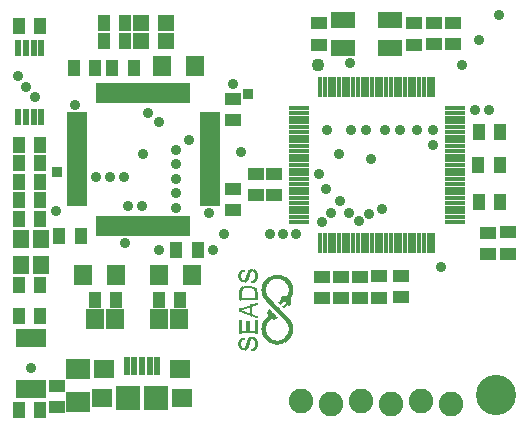
<source format=gts>
G75*
%MOIN*%
%OFA0B0*%
%FSLAX24Y24*%
%IPPOS*%
%LPD*%
%AMOC8*
5,1,8,0,0,1.08239X$1,22.5*
%
%ADD10C,0.1340*%
%ADD11R,0.0011X0.0069*%
%ADD12R,0.0011X0.0080*%
%ADD13R,0.0011X0.0218*%
%ADD14R,0.0011X0.0310*%
%ADD15R,0.0011X0.0380*%
%ADD16R,0.0012X0.0425*%
%ADD17R,0.0011X0.0471*%
%ADD18R,0.0011X0.0517*%
%ADD19R,0.0011X0.0092*%
%ADD20R,0.0011X0.0563*%
%ADD21R,0.0011X0.0161*%
%ADD22R,0.0011X0.0586*%
%ADD23R,0.0011X0.0782*%
%ADD24R,0.0012X0.0816*%
%ADD25R,0.0011X0.0655*%
%ADD26R,0.0011X0.0851*%
%ADD27R,0.0011X0.0678*%
%ADD28R,0.0011X0.0862*%
%ADD29R,0.0011X0.0288*%
%ADD30R,0.0011X0.0448*%
%ADD31R,0.0011X0.0241*%
%ADD32R,0.0011X0.0253*%
%ADD33R,0.0011X0.0391*%
%ADD34R,0.0012X0.0230*%
%ADD35R,0.0012X0.0345*%
%ADD36R,0.0011X0.0207*%
%ADD37R,0.0011X0.0207*%
%ADD38R,0.0011X0.0299*%
%ADD39R,0.0011X0.0195*%
%ADD40R,0.0011X0.0184*%
%ADD41R,0.0012X0.0173*%
%ADD42R,0.0012X0.0195*%
%ADD43R,0.0012X0.0322*%
%ADD44R,0.0012X0.0184*%
%ADD45R,0.0011X0.0173*%
%ADD46R,0.0011X0.0230*%
%ADD47R,0.0011X0.0184*%
%ADD48R,0.0011X0.0092*%
%ADD49R,0.0012X0.0161*%
%ADD50R,0.0012X0.0092*%
%ADD51R,0.0011X0.0149*%
%ADD52R,0.0011X0.0150*%
%ADD53R,0.0011X0.0069*%
%ADD54R,0.0011X0.0046*%
%ADD55R,0.0012X0.0149*%
%ADD56R,0.0012X0.0023*%
%ADD57R,0.0012X0.0138*%
%ADD58R,0.0011X0.0138*%
%ADD59R,0.0011X0.0103*%
%ADD60R,0.0011X0.0057*%
%ADD61R,0.0011X0.0035*%
%ADD62R,0.0012X0.0103*%
%ADD63R,0.0012X0.0011*%
%ADD64R,0.0012X0.0127*%
%ADD65R,0.0012X0.0057*%
%ADD66R,0.0011X0.0127*%
%ADD67R,0.0011X0.0011*%
%ADD68R,0.0011X0.0023*%
%ADD69R,0.0012X0.0092*%
%ADD70R,0.0011X0.0115*%
%ADD71R,0.0011X0.0126*%
%ADD72R,0.0012X0.0126*%
%ADD73R,0.0011X0.0265*%
%ADD74R,0.0012X0.0150*%
%ADD75R,0.0012X0.0276*%
%ADD76R,0.0011X0.0322*%
%ADD77R,0.0011X0.0345*%
%ADD78R,0.0011X0.0368*%
%ADD79R,0.0012X0.0368*%
%ADD80R,0.0011X0.0379*%
%ADD81R,0.0012X0.0207*%
%ADD82R,0.0012X0.0207*%
%ADD83R,0.0012X0.0678*%
%ADD84R,0.0011X0.0621*%
%ADD85R,0.0011X0.0552*%
%ADD86R,0.0011X0.0552*%
%ADD87R,0.0012X0.0517*%
%ADD88R,0.0011X0.0425*%
%ADD89R,0.0012X0.0218*%
%ADD90R,0.0011X0.0437*%
%ADD91R,0.0012X0.0437*%
%ADD92R,0.0012X0.0080*%
%ADD93R,0.0012X0.0333*%
%ADD94R,0.0011X0.0356*%
%ADD95R,0.0011X0.0403*%
%ADD96R,0.0012X0.0115*%
%ADD97R,0.0012X0.0069*%
%ADD98R,0.0012X0.0391*%
%ADD99R,0.0011X0.0264*%
%ADD100R,0.0012X0.0288*%
%ADD101R,0.0012X0.0403*%
%ADD102R,0.0011X0.0299*%
%ADD103R,0.0011X0.0276*%
%ADD104R,0.0012X0.0069*%
%ADD105R,0.0011X0.0414*%
%ADD106R,0.0011X0.0333*%
%ADD107R,0.0011X0.0322*%
%ADD108R,0.0170X0.0660*%
%ADD109R,0.0660X0.0170*%
%ADD110R,0.0552X0.0395*%
%ADD111R,0.0395X0.0552*%
%ADD112C,0.0820*%
%ADD113C,0.0434*%
%ADD114C,0.0356*%
%ADD115R,0.0651X0.0186*%
%ADD116R,0.0186X0.0651*%
%ADD117R,0.0789X0.0552*%
%ADD118R,0.0552X0.0631*%
%ADD119R,0.0218X0.0552*%
%ADD120R,0.0710X0.0631*%
%ADD121R,0.0651X0.0592*%
%ADD122R,0.0828X0.0828*%
%ADD123R,0.0237X0.0611*%
%ADD124R,0.0789X0.0710*%
%ADD125R,0.0260X0.0620*%
%ADD126R,0.0631X0.0710*%
%ADD127R,0.0592X0.0671*%
%ADD128R,0.0552X0.0552*%
%ADD129C,0.0360*%
%ADD130R,0.0360X0.0360*%
D10*
X017272Y002381D03*
D11*
X010518Y004588D03*
X009138Y003898D03*
X008873Y004266D03*
X008839Y005163D03*
X008827Y005255D03*
X008896Y005278D03*
X008931Y005290D03*
X008965Y005301D03*
X009138Y006164D03*
X009172Y006164D03*
D12*
X009184Y006169D03*
X009195Y006169D03*
X009161Y006158D03*
X009103Y005997D03*
X009080Y005997D03*
X009069Y005997D03*
X009057Y005997D03*
X009046Y005997D03*
X009023Y005997D03*
X009011Y005997D03*
X009000Y005997D03*
X008988Y005997D03*
X008965Y005997D03*
X008954Y005997D03*
X008908Y005985D03*
X008885Y005974D03*
X008885Y006181D03*
X008896Y006181D03*
X008873Y006181D03*
X008850Y006192D03*
X008839Y006192D03*
X009126Y005985D03*
X009138Y005985D03*
X009161Y005974D03*
X009172Y005974D03*
X009195Y005962D03*
X009195Y005594D03*
X009184Y005594D03*
X009172Y005594D03*
X009161Y005594D03*
X009138Y005594D03*
X009126Y005594D03*
X009115Y005594D03*
X009103Y005594D03*
X009080Y005594D03*
X009069Y005594D03*
X009057Y005594D03*
X009046Y005594D03*
X009023Y005594D03*
X009011Y005594D03*
X009000Y005594D03*
X008988Y005594D03*
X008965Y005594D03*
X008954Y005594D03*
X008942Y005594D03*
X008931Y005594D03*
X008908Y005594D03*
X008896Y005594D03*
X008885Y005594D03*
X008873Y005594D03*
X008850Y005594D03*
X008839Y005594D03*
X008827Y005594D03*
X008816Y005594D03*
X008908Y005284D03*
X008885Y005272D03*
X008873Y005272D03*
X008850Y005261D03*
X008839Y005261D03*
X008827Y005169D03*
X008850Y005157D03*
X008873Y005146D03*
X008885Y005146D03*
X008896Y005146D03*
X008908Y005134D03*
X008931Y005134D03*
X008942Y005123D03*
X008954Y005123D03*
X008965Y005123D03*
X008988Y005111D03*
X009000Y005100D03*
X009011Y005100D03*
X009023Y005100D03*
X009046Y005088D03*
X009057Y005088D03*
X009069Y005077D03*
X009080Y005077D03*
X009172Y005042D03*
X009184Y005042D03*
X009195Y005031D03*
X009218Y005031D03*
X009230Y005019D03*
X009241Y005019D03*
X009276Y005008D03*
X009299Y004996D03*
X009310Y004996D03*
X009333Y004985D03*
X009195Y005376D03*
X009184Y005376D03*
X009172Y005376D03*
X009161Y005364D03*
X009218Y005387D03*
X009241Y005399D03*
X009253Y005399D03*
X009276Y005410D03*
X009287Y005410D03*
X009310Y005422D03*
X009080Y005341D03*
X009069Y005341D03*
X009057Y005330D03*
X009046Y005330D03*
X009023Y005318D03*
X009011Y005318D03*
X009000Y005318D03*
X008988Y005307D03*
X008954Y005295D03*
X008942Y005295D03*
X008724Y005215D03*
X009218Y005594D03*
X009230Y005594D03*
X009241Y005594D03*
X009253Y005594D03*
X010081Y005456D03*
X010161Y005629D03*
X010518Y005882D03*
X009966Y004973D03*
X009253Y004490D03*
X009241Y004490D03*
X009230Y004490D03*
X009218Y004490D03*
X009195Y004490D03*
X009184Y004490D03*
X009172Y004490D03*
X009161Y004490D03*
X009138Y004490D03*
X009126Y004490D03*
X009115Y004490D03*
X009103Y004490D03*
X009080Y004490D03*
X009069Y004490D03*
X008965Y004490D03*
X008954Y004490D03*
X008942Y004490D03*
X008931Y004490D03*
X008908Y004490D03*
X008896Y004490D03*
X008885Y004490D03*
X008873Y004490D03*
X008850Y004490D03*
X008839Y004490D03*
X008827Y004490D03*
X008816Y004490D03*
X008885Y004272D03*
X008896Y004272D03*
X008850Y004260D03*
X009161Y004283D03*
X009172Y004283D03*
X009184Y004283D03*
X009195Y004283D03*
X009218Y004272D03*
X009218Y003915D03*
X009195Y003904D03*
X009184Y003904D03*
X009172Y003904D03*
X009161Y003904D03*
X008873Y003927D03*
X008850Y003927D03*
X008839Y003927D03*
X008827Y006514D03*
X008850Y006526D03*
X008873Y006526D03*
X008885Y006526D03*
X009126Y006537D03*
X009138Y006537D03*
X009195Y006537D03*
X009218Y006537D03*
D13*
X009333Y006353D03*
X009655Y006158D03*
X009655Y005606D03*
X010276Y005583D03*
X010506Y005882D03*
X010345Y006158D03*
X009851Y005019D03*
X009655Y004870D03*
X009655Y004318D03*
X008988Y004019D03*
X010345Y004318D03*
X010506Y004594D03*
X010345Y004870D03*
X008988Y006284D03*
D14*
X008758Y006353D03*
X009310Y006353D03*
X009506Y005882D03*
X010311Y005525D03*
X010345Y005560D03*
X010495Y005882D03*
X010495Y004594D03*
D15*
X010483Y004594D03*
X010483Y005882D03*
X009299Y005744D03*
X008770Y005744D03*
D16*
X010472Y005882D03*
X010472Y004594D03*
D17*
X010460Y004594D03*
X009540Y004594D03*
X009540Y005882D03*
X010460Y005882D03*
D18*
X010449Y005882D03*
X010449Y004594D03*
D19*
X010219Y005324D03*
X010230Y005336D03*
X010265Y005370D03*
X010276Y005382D03*
X010288Y005393D03*
X010449Y005497D03*
X009333Y005428D03*
X009230Y005393D03*
X009161Y005048D03*
X008735Y005209D03*
X008850Y005957D03*
X008873Y005968D03*
X008908Y006187D03*
X008827Y006198D03*
X008839Y006520D03*
X009115Y006532D03*
X009161Y006543D03*
X009172Y006543D03*
X009184Y006543D03*
X009230Y006532D03*
X009241Y006520D03*
X009230Y006187D03*
X009218Y006175D03*
X009184Y005968D03*
X009218Y005945D03*
X009138Y004278D03*
X009126Y004278D03*
X008816Y004243D03*
X008816Y003944D03*
X008827Y003933D03*
X008931Y003933D03*
D20*
X010437Y004594D03*
X010437Y005882D03*
D21*
X010207Y005600D03*
X010437Y005497D03*
X009908Y004991D03*
X009736Y004232D03*
X009747Y004220D03*
X009759Y004209D03*
X009770Y004209D03*
X010219Y004197D03*
X010230Y004209D03*
X010253Y004220D03*
X010265Y004232D03*
X009276Y004209D03*
X009276Y003979D03*
X008816Y005209D03*
X009276Y006244D03*
X009736Y006244D03*
X009747Y006256D03*
X009759Y006256D03*
X009770Y006267D03*
X009793Y006279D03*
X010230Y006267D03*
X010253Y006256D03*
X010265Y006244D03*
D22*
X009575Y005882D03*
X009575Y004594D03*
X010414Y004594D03*
X010426Y004594D03*
D23*
X010426Y005784D03*
D24*
X010414Y005778D03*
D25*
X009598Y005882D03*
X009598Y004594D03*
X010403Y004594D03*
D26*
X010403Y005784D03*
D27*
X010391Y004594D03*
D28*
X010391Y005790D03*
D29*
X010380Y006089D03*
X009621Y005675D03*
X010380Y004801D03*
X010380Y004387D03*
X009621Y004387D03*
X009023Y004099D03*
X009011Y004076D03*
D30*
X010380Y005594D03*
D31*
X009816Y005042D03*
X010368Y004352D03*
X008735Y006353D03*
D32*
X009000Y006313D03*
X009632Y006118D03*
X009632Y005646D03*
X009805Y005048D03*
X009632Y004830D03*
X009632Y004358D03*
X009000Y004048D03*
X008735Y004094D03*
X010368Y004830D03*
X010368Y006118D03*
D33*
X010368Y005577D03*
X009287Y005750D03*
X008781Y005750D03*
X009138Y005209D03*
D34*
X009839Y005025D03*
X010357Y004853D03*
X010357Y004335D03*
X010357Y006141D03*
D35*
X010357Y005566D03*
X009092Y005209D03*
X008747Y005727D03*
D36*
X010334Y006175D03*
X010334Y004301D03*
D37*
X010334Y004887D03*
X009862Y005014D03*
X009678Y004899D03*
X010265Y005589D03*
D38*
X010322Y005531D03*
X010334Y005543D03*
X009770Y005060D03*
X009621Y004795D03*
X009506Y004588D03*
X009333Y005704D03*
X009621Y006083D03*
D39*
X009678Y006192D03*
X010253Y005594D03*
X009943Y005295D03*
X009931Y005307D03*
X009920Y005318D03*
X009908Y005330D03*
X009885Y005353D03*
X009874Y005364D03*
X009862Y005376D03*
X009851Y005387D03*
X009828Y005410D03*
X009816Y005422D03*
X009805Y005433D03*
X009690Y005560D03*
X009678Y005571D03*
X009966Y005272D03*
X009977Y005261D03*
X009989Y005249D03*
X010000Y005238D03*
X010023Y005215D03*
X010035Y005203D03*
X010046Y005192D03*
X010058Y005180D03*
X010081Y005157D03*
X009874Y005008D03*
X009690Y004916D03*
X010311Y004916D03*
X010322Y004904D03*
X010322Y004283D03*
X010311Y004272D03*
X009690Y004272D03*
X009678Y004283D03*
X008724Y004088D03*
X010322Y006192D03*
X008724Y006353D03*
D40*
X009690Y006198D03*
X009701Y006210D03*
X010311Y006198D03*
X010173Y005577D03*
X009793Y005451D03*
X009770Y005474D03*
X009759Y005485D03*
X009736Y005508D03*
X009713Y005531D03*
X009701Y005543D03*
X010092Y005140D03*
X010104Y005129D03*
X010115Y005117D03*
X010150Y005083D03*
X010161Y005071D03*
X010173Y005060D03*
X010207Y005025D03*
X010219Y005014D03*
X010230Y005002D03*
X010265Y004968D03*
X010276Y004956D03*
X010288Y004945D03*
X009885Y005002D03*
X009069Y004209D03*
D41*
X009724Y004237D03*
X010299Y004260D03*
X009897Y004996D03*
X010184Y005583D03*
D42*
X009954Y005284D03*
X009897Y005341D03*
X009839Y005399D03*
X010012Y005226D03*
X010069Y005169D03*
X010299Y004927D03*
D43*
X010299Y005520D03*
D44*
X010242Y005600D03*
X009782Y005462D03*
X009724Y005520D03*
X010127Y005106D03*
X010184Y005048D03*
X010242Y004991D03*
X008977Y003990D03*
X010299Y006210D03*
X008977Y006256D03*
D45*
X009069Y006468D03*
X009276Y006468D03*
X009713Y006227D03*
X010276Y006238D03*
X010288Y006227D03*
X010230Y005606D03*
X010196Y005594D03*
X010288Y004249D03*
X010276Y004237D03*
X009713Y004249D03*
X009701Y004260D03*
D46*
X009644Y004335D03*
X009333Y004094D03*
X009057Y004174D03*
X009644Y004853D03*
X009828Y005037D03*
X010288Y005577D03*
X009644Y005623D03*
X009644Y006141D03*
X009057Y006440D03*
D47*
X009747Y005497D03*
X010138Y005094D03*
X010196Y005037D03*
X010253Y004979D03*
D48*
X010253Y005359D03*
X009299Y005416D03*
X009253Y005014D03*
X009287Y005002D03*
X009230Y004266D03*
X009115Y004266D03*
X008839Y004255D03*
X008827Y004255D03*
X008885Y003921D03*
X008896Y003921D03*
X008908Y003921D03*
X009230Y003921D03*
X009115Y005991D03*
X008942Y005991D03*
X008931Y005991D03*
X008896Y005980D03*
X008816Y006210D03*
X008816Y006509D03*
D49*
X009264Y005888D03*
X009724Y006233D03*
X010242Y006256D03*
X010242Y004209D03*
D50*
X009207Y003910D03*
X009264Y005405D03*
X010242Y005347D03*
D51*
X010219Y005606D03*
X010173Y006296D03*
X009828Y006296D03*
X009345Y006353D03*
X009816Y004180D03*
X009851Y004168D03*
D52*
X009805Y004191D03*
X009793Y004191D03*
X010196Y004191D03*
X010207Y004191D03*
X009345Y004088D03*
X008965Y003973D03*
X008965Y006227D03*
X009805Y006284D03*
X010196Y006284D03*
X010207Y006284D03*
X010219Y006273D03*
D53*
X010207Y005324D03*
X008896Y006532D03*
D54*
X010196Y005324D03*
X009989Y004968D03*
D55*
X010184Y004180D03*
X008804Y005215D03*
D56*
X010184Y005324D03*
D57*
X010184Y006290D03*
X010127Y006313D03*
X010069Y006325D03*
X009839Y006302D03*
X009839Y004174D03*
X009897Y004151D03*
X009954Y004140D03*
X010012Y004140D03*
X010127Y004163D03*
D58*
X010138Y004163D03*
X010150Y004163D03*
X010161Y004174D03*
X010173Y004174D03*
X010115Y004151D03*
X010104Y004151D03*
X010092Y004151D03*
X010081Y004151D03*
X010046Y004140D03*
X010035Y004140D03*
X010023Y004140D03*
X010000Y004140D03*
X009989Y004140D03*
X009977Y004140D03*
X009966Y004140D03*
X009920Y004151D03*
X009908Y004151D03*
X009885Y004151D03*
X009874Y004163D03*
X009862Y004163D03*
X009828Y004174D03*
X009080Y004232D03*
X009920Y004991D03*
X009690Y005106D03*
X008793Y005209D03*
X008781Y005209D03*
X009816Y006290D03*
X009851Y006302D03*
X009862Y006313D03*
X009874Y006313D03*
X009885Y006313D03*
X009908Y006325D03*
X009920Y006325D03*
X009931Y006325D03*
X009943Y006325D03*
X010058Y006325D03*
X010081Y006325D03*
X010092Y006325D03*
X010104Y006325D03*
X010115Y006313D03*
X010138Y006313D03*
X010150Y006302D03*
X010161Y006302D03*
X009080Y006497D03*
D59*
X009103Y006526D03*
X009253Y006514D03*
X009253Y006204D03*
X009241Y006192D03*
X009230Y005939D03*
X009241Y005928D03*
X008942Y006204D03*
X008931Y006192D03*
X008793Y006227D03*
X008839Y005951D03*
X008827Y005939D03*
X010092Y005456D03*
X010104Y005468D03*
X010115Y005479D03*
X010138Y005502D03*
X010150Y005514D03*
X010161Y005525D03*
X009241Y004260D03*
X009253Y004249D03*
X009103Y004260D03*
X009253Y003938D03*
X009241Y003927D03*
X008942Y003938D03*
D60*
X009977Y004973D03*
X009678Y005111D03*
X010150Y005629D03*
D61*
X010138Y005629D03*
X010058Y005456D03*
X009483Y005882D03*
X009483Y004594D03*
D62*
X008804Y004237D03*
X008804Y003950D03*
X010127Y005491D03*
X008804Y006215D03*
D63*
X010127Y005629D03*
D64*
X010012Y006330D03*
X009954Y006330D03*
X009264Y006215D03*
X010069Y004145D03*
D65*
X010069Y005456D03*
D66*
X010046Y006330D03*
X010035Y006330D03*
X010023Y006330D03*
X010000Y006330D03*
X009989Y006330D03*
X009977Y006330D03*
X009966Y006330D03*
X009943Y004145D03*
X009931Y004145D03*
X010058Y004145D03*
X008712Y004088D03*
D67*
X010046Y005456D03*
D68*
X010000Y004968D03*
D69*
X009954Y004979D03*
X009322Y004991D03*
X009207Y005957D03*
X008862Y005968D03*
X008919Y006187D03*
X009149Y006543D03*
D70*
X008954Y006210D03*
X008816Y005922D03*
X008758Y005209D03*
X008793Y004220D03*
X008793Y003967D03*
X009943Y004979D03*
D71*
X009931Y004985D03*
X009253Y005916D03*
X008712Y006353D03*
X008793Y006480D03*
X008770Y005215D03*
X008954Y003950D03*
D72*
X009264Y004237D03*
X008804Y005905D03*
X009897Y006319D03*
D73*
X008724Y005686D03*
X009793Y005054D03*
X009046Y004145D03*
D74*
X009782Y004203D03*
X009782Y006273D03*
D75*
X009322Y006359D03*
X009034Y006382D03*
X009782Y005060D03*
X009322Y004094D03*
D76*
X009310Y004094D03*
X008758Y004094D03*
X009759Y005060D03*
D77*
X009747Y005060D03*
X009299Y004094D03*
X008770Y004094D03*
X009299Y006359D03*
D78*
X009287Y006359D03*
X009517Y005876D03*
X008758Y005738D03*
X009103Y005209D03*
X009115Y005209D03*
X009701Y005014D03*
X009736Y005060D03*
X009517Y004588D03*
X009287Y004094D03*
D79*
X009724Y005048D03*
D80*
X009713Y005031D03*
X009126Y005203D03*
D81*
X009667Y004301D03*
X009667Y006175D03*
D82*
X009667Y005589D03*
X009667Y004887D03*
D83*
X009609Y004594D03*
X009609Y005882D03*
D84*
X009586Y005876D03*
X009586Y004588D03*
D85*
X009563Y004588D03*
D86*
X009563Y005876D03*
D87*
X009552Y005882D03*
X009552Y004594D03*
D88*
X009529Y004594D03*
X008724Y004663D03*
X009529Y005882D03*
D89*
X009494Y005882D03*
X009494Y004594D03*
D90*
X009333Y004669D03*
X009310Y004669D03*
X009299Y004669D03*
X009287Y004669D03*
X009276Y004669D03*
X008793Y004669D03*
X008781Y004669D03*
X008770Y004669D03*
X008758Y004669D03*
X008735Y004669D03*
D91*
X008747Y004669D03*
X009322Y004669D03*
D92*
X009264Y004490D03*
X009207Y004490D03*
X009149Y004490D03*
X009092Y004490D03*
X008977Y004490D03*
X008919Y004490D03*
X008862Y004490D03*
X008804Y004490D03*
X008862Y004260D03*
X009149Y004283D03*
X009207Y004272D03*
X008919Y003927D03*
X008862Y003927D03*
X009264Y005008D03*
X009207Y005031D03*
X009034Y005088D03*
X008977Y005111D03*
X008919Y005134D03*
X008862Y005157D03*
X008919Y005284D03*
X008977Y005307D03*
X009034Y005330D03*
X009207Y005387D03*
X009322Y005422D03*
X009264Y005594D03*
X009207Y005594D03*
X009149Y005594D03*
X009092Y005594D03*
X009034Y005594D03*
X008977Y005594D03*
X008919Y005594D03*
X008862Y005594D03*
X008804Y005594D03*
X008919Y005985D03*
X008977Y005997D03*
X009034Y005997D03*
X009092Y005997D03*
X009149Y005985D03*
X009149Y006158D03*
X009207Y006169D03*
X008862Y006181D03*
X008862Y006526D03*
X009207Y006537D03*
D93*
X009322Y005721D03*
D94*
X009310Y005732D03*
X008781Y006353D03*
X008781Y004099D03*
D95*
X008988Y004651D03*
X009000Y004651D03*
X009011Y004651D03*
X009023Y004651D03*
X009046Y004651D03*
X009057Y004651D03*
X009276Y005755D03*
D96*
X009264Y006497D03*
X009092Y006509D03*
X008804Y006497D03*
X008747Y005209D03*
X009092Y004255D03*
X009264Y003956D03*
D97*
X009149Y003898D03*
D98*
X009149Y005209D03*
D99*
X009046Y006411D03*
D100*
X008747Y006353D03*
X009034Y004122D03*
X008747Y004088D03*
D101*
X009034Y004651D03*
D102*
X009023Y006359D03*
D103*
X009011Y006336D03*
D104*
X008862Y005267D03*
D105*
X008793Y005761D03*
D106*
X008770Y006353D03*
D107*
X008735Y005715D03*
D108*
X011404Y007456D03*
X011564Y007456D03*
X011724Y007456D03*
X011874Y007456D03*
X012034Y007456D03*
X012194Y007456D03*
X012354Y007456D03*
X012504Y007456D03*
X012664Y007456D03*
X012824Y007456D03*
X012984Y007456D03*
X013134Y007456D03*
X013294Y007456D03*
X013454Y007456D03*
X013604Y007456D03*
X013764Y007456D03*
X013924Y007456D03*
X014084Y007456D03*
X014234Y007456D03*
X014394Y007456D03*
X014554Y007456D03*
X014714Y007456D03*
X014864Y007456D03*
X015024Y007456D03*
X015184Y007456D03*
X015184Y012656D03*
X015024Y012656D03*
X014864Y012656D03*
X014714Y012656D03*
X014554Y012656D03*
X014394Y012656D03*
X014234Y012656D03*
X014084Y012656D03*
X013924Y012656D03*
X013764Y012656D03*
X013604Y012656D03*
X013454Y012656D03*
X013294Y012656D03*
X013134Y012656D03*
X012984Y012656D03*
X012824Y012656D03*
X012664Y012656D03*
X012504Y012656D03*
X012354Y012656D03*
X012194Y012656D03*
X012034Y012656D03*
X011874Y012656D03*
X011724Y012656D03*
X011564Y012656D03*
X011404Y012656D03*
D109*
X010694Y011946D03*
X010694Y011786D03*
X010694Y011626D03*
X010694Y011476D03*
X010694Y011316D03*
X010694Y011156D03*
X010694Y010996D03*
X010694Y010846D03*
X010694Y010686D03*
X010694Y010526D03*
X010694Y010366D03*
X010694Y010216D03*
X010694Y010056D03*
X010694Y009896D03*
X010694Y009746D03*
X010694Y009586D03*
X010694Y009426D03*
X010694Y009266D03*
X010694Y009116D03*
X010694Y008956D03*
X010694Y008796D03*
X010694Y008636D03*
X010694Y008486D03*
X010694Y008326D03*
X010694Y008166D03*
X015894Y008166D03*
X015894Y008326D03*
X015894Y008486D03*
X015894Y008636D03*
X015894Y008796D03*
X015894Y008956D03*
X015894Y009116D03*
X015894Y009266D03*
X015894Y009426D03*
X015894Y009586D03*
X015894Y009746D03*
X015894Y009896D03*
X015894Y010056D03*
X015894Y010216D03*
X015894Y010366D03*
X015894Y010526D03*
X015894Y010686D03*
X015894Y010846D03*
X015894Y010996D03*
X015894Y011156D03*
X015894Y011316D03*
X015894Y011476D03*
X015894Y011626D03*
X015894Y011786D03*
X015894Y011946D03*
D110*
X015831Y014076D03*
X015200Y014076D03*
X014528Y014073D03*
X014528Y014782D03*
X015200Y014784D03*
X015831Y014785D03*
X011379Y014782D03*
X011379Y014073D03*
X008504Y012262D03*
X008504Y011554D03*
X009264Y009751D03*
X009871Y009752D03*
X009871Y009043D03*
X009264Y009042D03*
X008504Y009270D03*
X008504Y008562D03*
X011484Y006326D03*
X012105Y006331D03*
X012739Y006333D03*
X013376Y006342D03*
X013376Y005634D03*
X012739Y005625D03*
X012105Y005623D03*
X011484Y005618D03*
X014091Y005650D03*
X014091Y006358D03*
X017016Y007093D03*
X017670Y007107D03*
X017670Y007816D03*
X017016Y007802D03*
X002638Y002696D03*
X002638Y001987D03*
D111*
X001379Y001908D03*
X002087Y001908D03*
X002087Y005018D03*
X001379Y005018D03*
X001379Y006042D03*
X002087Y006042D03*
X003898Y005570D03*
X004607Y005570D03*
X006024Y005570D03*
X006733Y005570D03*
X006615Y007223D03*
X007323Y007223D03*
X003426Y007696D03*
X002717Y007696D03*
X002087Y008247D03*
X001379Y008247D03*
X001379Y008877D03*
X002087Y008877D03*
X002087Y009507D03*
X001379Y009507D03*
X001379Y010136D03*
X002087Y010136D03*
X002087Y010727D03*
X001379Y010727D03*
X003190Y013286D03*
X003898Y013286D03*
X004489Y013286D03*
X005197Y013286D03*
X004922Y014192D03*
X004922Y014782D03*
X004213Y014782D03*
X004213Y014192D03*
X002087Y014703D03*
X001379Y014703D03*
X016704Y011142D03*
X017413Y011142D03*
X017398Y010065D03*
X016689Y010065D03*
X016694Y008812D03*
X017403Y008812D03*
D112*
X015788Y002092D03*
X014788Y002192D03*
X013788Y002092D03*
X012788Y002192D03*
X011788Y002092D03*
X010788Y002192D03*
D113*
X011328Y013404D03*
D114*
X016129Y013404D03*
D115*
X007727Y011731D03*
X007727Y011534D03*
X007727Y011337D03*
X007727Y011140D03*
X007727Y010944D03*
X007727Y010747D03*
X007727Y010550D03*
X007727Y010353D03*
X007727Y010156D03*
X007727Y009959D03*
X007727Y009762D03*
X007727Y009566D03*
X007727Y009369D03*
X007727Y009172D03*
X007727Y008975D03*
X007727Y008778D03*
X003298Y008778D03*
X003298Y008975D03*
X003298Y009172D03*
X003298Y009369D03*
X003298Y009566D03*
X003298Y009762D03*
X003298Y009959D03*
X003298Y010156D03*
X003298Y010353D03*
X003298Y010550D03*
X003298Y010747D03*
X003298Y010944D03*
X003298Y011140D03*
X003298Y011337D03*
X003298Y011534D03*
X003298Y011731D03*
D116*
X004036Y012469D03*
X004233Y012469D03*
X004430Y012469D03*
X004627Y012469D03*
X004823Y012469D03*
X005020Y012469D03*
X005217Y012469D03*
X005414Y012469D03*
X005611Y012469D03*
X005808Y012469D03*
X006004Y012469D03*
X006201Y012469D03*
X006398Y012469D03*
X006595Y012469D03*
X006792Y012469D03*
X006989Y012469D03*
X006989Y008040D03*
X006792Y008040D03*
X006595Y008040D03*
X006398Y008040D03*
X006201Y008040D03*
X006004Y008040D03*
X005808Y008040D03*
X005611Y008040D03*
X005414Y008040D03*
X005217Y008040D03*
X005020Y008040D03*
X004823Y008040D03*
X004627Y008040D03*
X004430Y008040D03*
X004233Y008040D03*
X004036Y008040D03*
D117*
X012166Y013955D03*
X012166Y014900D03*
X013741Y014900D03*
X013741Y013955D03*
D118*
X002107Y007577D03*
X001438Y007577D03*
X001438Y006711D03*
X002107Y006711D03*
D119*
X002117Y011662D03*
X001861Y011662D03*
X001605Y011662D03*
X001349Y011662D03*
X001349Y013965D03*
X001605Y013965D03*
X001861Y013965D03*
X002117Y013965D03*
D120*
X004213Y003266D03*
X006733Y003266D03*
D121*
X006821Y002302D03*
X004125Y002302D03*
D122*
X005001Y002302D03*
X005945Y002302D03*
D123*
X005985Y003355D03*
X005729Y003355D03*
X005473Y003355D03*
X005217Y003355D03*
X004961Y003355D03*
D124*
X003347Y003247D03*
X003347Y002144D03*
D125*
X002152Y002584D03*
X001902Y002584D03*
X001642Y002584D03*
X001392Y002584D03*
X001392Y004304D03*
X001642Y004304D03*
X001902Y004304D03*
X002152Y004304D03*
D126*
X003504Y006396D03*
X004607Y006396D03*
X006024Y006396D03*
X007127Y006396D03*
X007245Y013365D03*
X006142Y013365D03*
D127*
X006044Y004940D03*
X006713Y004940D03*
X004587Y004940D03*
X003918Y004940D03*
D128*
X005453Y014192D03*
X005453Y014782D03*
X006280Y014782D03*
X006280Y014192D03*
D129*
X008504Y012774D03*
X007048Y010885D03*
X006615Y010570D03*
X006615Y010097D03*
X006615Y009585D03*
X006615Y009113D03*
X006615Y008640D03*
X007717Y008444D03*
X008190Y007774D03*
X007835Y007223D03*
X006024Y007223D03*
X004922Y007459D03*
X005001Y008680D03*
X005473Y008680D03*
X004882Y009664D03*
X004410Y009664D03*
X003938Y009664D03*
X002599Y008522D03*
X003426Y007696D03*
X002087Y007617D03*
X001418Y006711D03*
X001772Y003286D03*
X003347Y003286D03*
X009725Y007774D03*
X010158Y007774D03*
X010591Y007774D03*
X011473Y008164D03*
X011760Y008455D03*
X012075Y008865D03*
X012371Y008448D03*
X012717Y008203D03*
X013048Y008428D03*
X013465Y008601D03*
X011615Y009270D03*
X011379Y009743D03*
X012028Y010412D03*
X011646Y011239D03*
X012441Y011239D03*
X012934Y011239D03*
X013556Y011239D03*
X014087Y011239D03*
X014623Y011239D03*
X015182Y011239D03*
X015182Y010727D03*
X016587Y011892D03*
X017024Y011892D03*
X016693Y014231D03*
X017363Y015058D03*
X012402Y013444D03*
X008780Y010491D03*
X006024Y011475D03*
X005670Y011790D03*
X005512Y010412D03*
X003229Y012066D03*
X001890Y012341D03*
X001615Y012656D03*
X001339Y013010D03*
X002087Y014703D03*
X013095Y010251D03*
X015434Y006672D03*
D130*
X014095Y006357D03*
X012107Y006341D03*
X008504Y009270D03*
X009882Y009743D03*
X009016Y012420D03*
X006300Y014192D03*
X006300Y014782D03*
X005197Y013365D03*
X003190Y013365D03*
X001379Y014703D03*
X002638Y009822D03*
X001379Y009507D03*
X002087Y005018D03*
X003898Y004940D03*
X006733Y004940D03*
X007323Y007302D03*
X016693Y008798D03*
X016690Y010073D03*
X016705Y011136D03*
M02*

</source>
